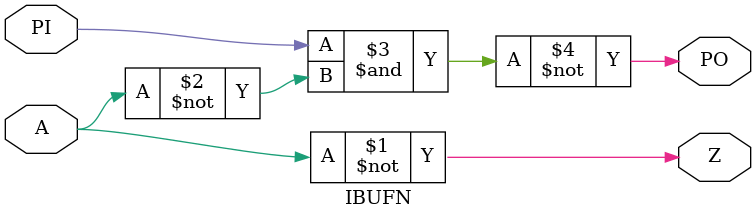
<source format=sv>
module IBUFN
(
    input A,
    input PI,
    output Z,
    output PO
);

assign Z = ~A;
assign PO = ~(PI & ~A); 

endmodule

</source>
